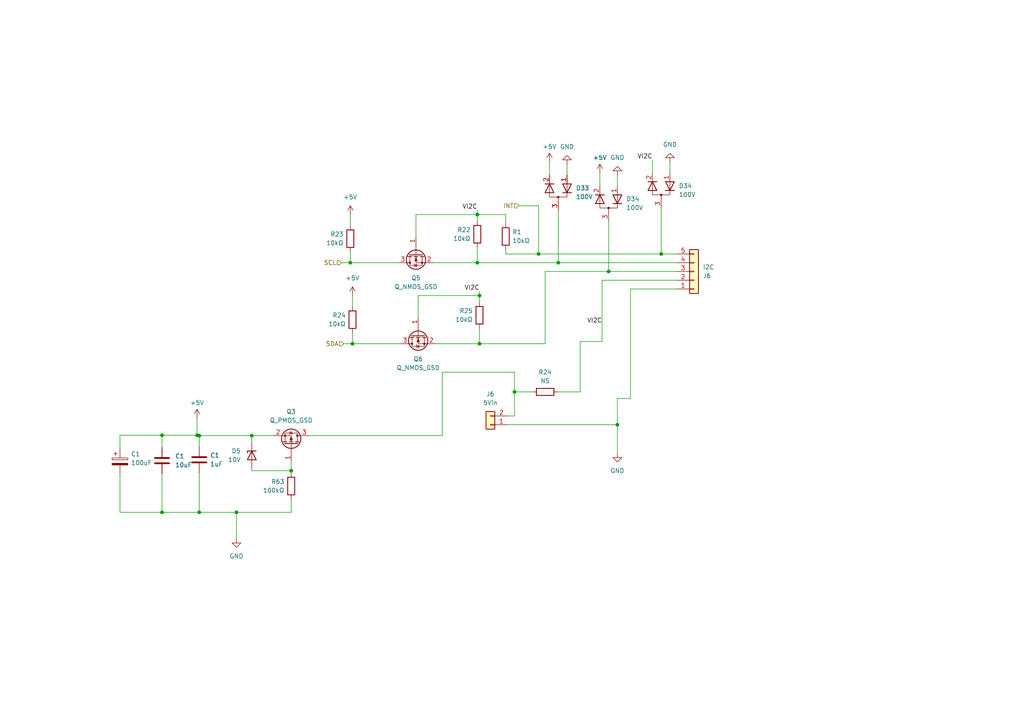
<source format=kicad_sch>
(kicad_sch (version 20230121) (generator eeschema)
  (paper "A4")
  (lib_symbols
    (symbol "Connector_Generic:Conn_01x02" (pin_names (offset 1.016) hide)
      (property "Reference" "J" (at 0 2.54 0))
      (property "Value" "Conn_01x02" (at 0 -5.08 0))
      (symbol "Conn_01x02_1_1"
        (rectangle (start -1.27 -2.413) (end 0 -2.667) (stroke (width 0.1524)))
        (rectangle (start -1.27 0.127) (end 0 -0.127) (stroke (width 0.1524)))
        (rectangle (start -1.27 1.27) (end 1.27 -3.81) (stroke (width 0.254)) (fill (type background)))
        (pin passive line (at -5.08 0 0) (length 3.81) (name "Pin_1") (number "1"))
        (pin passive line (at -5.08 -2.54 0) (length 3.81) (name "Pin_2") (number "2"))
      )
    )
    (symbol "Connector_Generic:Conn_01x05" (pin_names (offset 1.016) hide)
      (property "Reference" "J" (at 0 7.62 0))
      (property "Value" "Conn_01x05" (at 0 -7.62 0))
      (symbol "Conn_01x05_1_1"
        (rectangle (start -1.27 -4.953) (end 0 -5.207) (stroke (width 0.1524)))
        (rectangle (start -1.27 -2.413) (end 0 -2.667) (stroke (width 0.1524)))
        (rectangle (start -1.27 0.127) (end 0 -0.127) (stroke (width 0.1524)))
        (rectangle (start -1.27 2.667) (end 0 2.413) (stroke (width 0.1524)))
        (rectangle (start -1.27 5.207) (end 0 4.953) (stroke (width 0.1524)))
        (rectangle (start -1.27 6.35) (end 1.27 -6.35) (stroke (width 0.254)) (fill (type background)))
        (pin passive line (at -5.08 5.08 0) (length 3.81) (name "Pin_1") (number "1"))
        (pin passive line (at -5.08 2.54 0) (length 3.81) (name "Pin_2") (number "2"))
        (pin passive line (at -5.08 0 0) (length 3.81) (name "Pin_3") (number "3"))
        (pin passive line (at -5.08 -2.54 0) (length 3.81) (name "Pin_4") (number "4"))
        (pin passive line (at -5.08 -5.08 0) (length 3.81) (name "Pin_5") (number "5"))
      )
    )
    (symbol "Device:C" (pin_numbers hide) (pin_names (offset 0.254))
      (property "Reference" "C" (at 0.635 2.54 0))
      (property "Value" "C" (at 0.635 -2.54 0))
      (symbol "C_0_1"
        (polyline (pts (xy -2.032 -0.762) (xy 2.032 -0.762)) (stroke (width 0.508)))
        (polyline (pts (xy -2.032 0.762) (xy 2.032 0.762)) (stroke (width 0.508)))
      )
      (symbol "C_1_1"
        (pin passive line (at 0 3.81 270) (length 2.794) (name "~") (number "1"))
        (pin passive line (at 0 -3.81 90) (length 2.794) (name "~") (number "2"))
      )
    )
    (symbol "Device:C_Polarized" (pin_numbers hide) (pin_names (offset 0.254))
      (property "Reference" "C" (at 0.635 2.54 0))
      (property "Value" "C_Polarized" (at 0.635 -2.54 0))
      (symbol "C_Polarized_0_1"
        (rectangle (start -2.286 0.508) (end 2.286 1.016))
        (polyline (pts (xy -1.778 2.286) (xy -0.762 2.286)))
        (polyline (pts (xy -1.27 2.794) (xy -1.27 1.778)))
        (rectangle (start 2.286 -0.508) (end -2.286 -1.016) (fill (type outline)))
      )
      (symbol "C_Polarized_1_1"
        (pin passive line (at 0 3.81 270) (length 2.794) (name "~") (number "1"))
        (pin passive line (at 0 -3.81 90) (length 2.794) (name "~") (number "2"))
      )
    )
    (symbol "Device:D_Dual_Series_AKC_Parallel" (pin_names (offset 0.762) hide)
      (property "Reference" "D" (at 0 5.08 0))
      (property "Value" "D_Dual_Series_AKC_Parallel" (at 0 -5.08 0))
      (symbol "D_Dual_Series_AKC_Parallel_0_0"
        (polyline (pts (xy 0 -1.27) (xy 0 -3.81)) (stroke (width 0.254)))
        (polyline (pts (xy 2.54 3.81) (xy 2.54 1.27)) (stroke (width 0.254)))
      )
      (symbol "D_Dual_Series_AKC_Parallel_0_1"
        (circle (center -1.27 0) (radius 0.254) (fill (type outline)))
        (polyline (pts (xy -1.27 0) (xy -2.54 0)))
        (polyline (pts (xy 2.54 2.54) (xy -1.27 2.54) (xy -1.27 -2.54) (xy 2.54 -2.54)))
        (polyline (pts (xy 0 3.81) (xy 2.54 2.54) (xy 0 1.27) (xy 0 3.81) (xy 0 3.81) (xy 0 3.81)) (stroke (width 0.254)))
        (polyline (pts (xy 2.54 -1.27) (xy 0 -2.54) (xy 2.54 -3.81) (xy 2.54 -1.27) (xy 2.54 -1.27) (xy 2.54 -1.27)) (stroke (width 0.254)))
        (pin passive line (at 5.08 -2.54 180) (length 2.54) (name "K") (number "1"))
        (pin passive line (at 5.08 2.54 180) (length 2.54) (name "K") (number "2"))
        (pin passive line (at -5.08 0 0) (length 2.54) (name "A") (number "3"))
      )
    )
    (symbol "Device:D_Zener" (pin_numbers hide) (pin_names (offset 1.016) hide)
      (property "Reference" "D" (at 0 2.54 0))
      (property "Value" "D_Zener" (at 0 -2.54 0))
      (symbol "D_Zener_0_1"
        (polyline (pts (xy 1.27 0) (xy -1.27 0)))
        (polyline (pts (xy -1.27 -1.27) (xy -1.27 1.27) (xy -0.762 1.27)) (stroke (width 0.254)))
        (polyline (pts (xy 1.27 -1.27) (xy 1.27 1.27) (xy -1.27 0) (xy 1.27 -1.27)) (stroke (width 0.254)))
      )
      (symbol "D_Zener_1_1"
        (pin passive line (at -3.81 0 0) (length 2.54) (name "K") (number "1"))
        (pin passive line (at 3.81 0 180) (length 2.54) (name "A") (number "2"))
      )
    )
    (symbol "Device:Q_NMOS_GSD" (pin_names (offset 0) hide)
      (property "Reference" "Q" (at 5.08 1.27 0))
      (property "Value" "Q_NMOS_GSD" (at 5.08 -1.27 0))
      (symbol "Q_NMOS_GSD_0_1"
        (polyline (pts (xy 0.254 0) (xy -2.54 0)))
        (polyline (pts (xy 0.254 1.905) (xy 0.254 -1.905)) (stroke (width 0.254)))
        (polyline (pts (xy 0.762 -1.27) (xy 0.762 -2.286)) (stroke (width 0.254)))
        (polyline (pts (xy 0.762 0.508) (xy 0.762 -0.508)) (stroke (width 0.254)))
        (polyline (pts (xy 0.762 2.286) (xy 0.762 1.27)) (stroke (width 0.254)))
        (polyline (pts (xy 2.54 2.54) (xy 2.54 1.778)))
        (polyline (pts (xy 2.54 -2.54) (xy 2.54 0) (xy 0.762 0)))
        (polyline (pts (xy 0.762 -1.778) (xy 3.302 -1.778) (xy 3.302 1.778) (xy 0.762 1.778)))
        (polyline (pts (xy 1.016 0) (xy 2.032 0.381) (xy 2.032 -0.381) (xy 1.016 0)) (fill (type outline)))
        (polyline (pts (xy 2.794 0.508) (xy 2.921 0.381) (xy 3.683 0.381) (xy 3.81 0.254)))
        (polyline (pts (xy 3.302 0.381) (xy 2.921 -0.254) (xy 3.683 -0.254) (xy 3.302 0.381)))
        (circle (center 1.651 0) (radius 2.794) (stroke (width 0.254)))
        (circle (center 2.54 -1.778) (radius 0.254) (fill (type outline)))
        (circle (center 2.54 1.778) (radius 0.254) (fill (type outline)))
      )
      (symbol "Q_NMOS_GSD_1_1"
        (pin input line (at -5.08 0 0) (length 2.54) (name "G") (number "1"))
        (pin passive line (at 2.54 -5.08 90) (length 2.54) (name "S") (number "2"))
        (pin passive line (at 2.54 5.08 270) (length 2.54) (name "D") (number "3"))
      )
    )
    (symbol "Device:Q_PMOS_GSD" (pin_names (offset 0) hide)
      (property "Reference" "Q" (at 5.08 1.27 0))
      (property "Value" "Q_PMOS_GSD" (at 5.08 -1.27 0))
      (symbol "Q_PMOS_GSD_0_1"
        (polyline (pts (xy 0.254 0) (xy -2.54 0)))
        (polyline (pts (xy 0.254 1.905) (xy 0.254 -1.905)) (stroke (width 0.254)))
        (polyline (pts (xy 0.762 -1.27) (xy 0.762 -2.286)) (stroke (width 0.254)))
        (polyline (pts (xy 0.762 0.508) (xy 0.762 -0.508)) (stroke (width 0.254)))
        (polyline (pts (xy 0.762 2.286) (xy 0.762 1.27)) (stroke (width 0.254)))
        (polyline (pts (xy 2.54 2.54) (xy 2.54 1.778)))
        (polyline (pts (xy 2.54 -2.54) (xy 2.54 0) (xy 0.762 0)))
        (polyline (pts (xy 0.762 1.778) (xy 3.302 1.778) (xy 3.302 -1.778) (xy 0.762 -1.778)))
        (polyline (pts (xy 2.286 0) (xy 1.27 0.381) (xy 1.27 -0.381) (xy 2.286 0)) (fill (type outline)))
        (polyline (pts (xy 2.794 -0.508) (xy 2.921 -0.381) (xy 3.683 -0.381) (xy 3.81 -0.254)))
        (polyline (pts (xy 3.302 -0.381) (xy 2.921 0.254) (xy 3.683 0.254) (xy 3.302 -0.381)))
        (circle (center 1.651 0) (radius 2.794) (stroke (width 0.254)))
        (circle (center 2.54 -1.778) (radius 0.254) (fill (type outline)))
        (circle (center 2.54 1.778) (radius 0.254) (fill (type outline)))
      )
      (symbol "Q_PMOS_GSD_1_1"
        (pin input line (at -5.08 0 0) (length 2.54) (name "G") (number "1"))
        (pin passive line (at 2.54 -5.08 90) (length 2.54) (name "S") (number "2"))
        (pin passive line (at 2.54 5.08 270) (length 2.54) (name "D") (number "3"))
      )
    )
    (symbol "Device:R" (pin_numbers hide) (pin_names (offset 0))
      (property "Reference" "R" (at 2.032 0 90))
      (property "Value" "R" (at 0 0 90))
      (symbol "R_0_1"
        (rectangle (start -1.016 -2.54) (end 1.016 2.54) (stroke (width 0.254)))
      )
      (symbol "R_1_1"
        (pin passive line (at 0 3.81 270) (length 1.27) (name "~") (number "1"))
        (pin passive line (at 0 -3.81 90) (length 1.27) (name "~") (number "2"))
      )
    )
    (symbol "power:+5V" (power) (pin_names (offset 0))
      (property "Value" "+5V" (at 0 3.556 0))
      (symbol "+5V_0_1"
        (polyline (pts (xy -0.762 1.27) (xy 0 2.54)))
        (polyline (pts (xy 0 0) (xy 0 2.54)))
        (polyline (pts (xy 0 2.54) (xy 0.762 1.27)))
      )
      (symbol "+5V_1_1"
        (pin power_in line (at 0 0 90) (length 0) hide (name "+5V") (number "1"))
      )
    )
    (symbol "power:GND" (power) (pin_names (offset 0))
      (property "Value" "GND" (at 0 -3.81 0))
      (symbol "GND_0_1"
        (polyline (pts (xy 0 0) (xy 0 -1.27) (xy 1.27 -1.27) (xy 0 -2.54) (xy -1.27 -1.27) (xy 0 -1.27)))
      )
      (symbol "GND_1_1"
        (pin power_in line (at 0 0 270) (length 0) hide (name "GND") (number "1"))
      )
    )
  )
  (junction (at 138.43 62.23))
  (junction (at 179.07 123.19))
  (junction (at 84.455 136.525))
  (junction (at 139.065 85.725))
  (junction (at 139.065 99.695))
  (junction (at 57.785 126.365))
  (junction (at 57.785 148.59))
  (junction (at 176.53 78.74))
  (junction (at 46.99 148.59))
  (junction (at 73.025 126.365))
  (junction (at 57.15 126.238))
  (junction (at 156.21 73.66))
  (junction (at 161.925 76.2))
  (junction (at 102.235 99.695))
  (junction (at 191.77 73.66))
  (junction (at 68.58 148.59))
  (junction (at 101.6 76.2))
  (junction (at 138.43 76.2))
  (junction (at 149.225 113.665))
  (junction (at 46.99 126.238))
  (wire (pts (xy 149.225 107.95) (xy 149.225 113.665)))
  (wire (pts (xy 84.455 136.525) (xy 84.455 137.16)))
  (wire (pts (xy 68.58 148.59) (xy 68.58 156.21)))
  (wire (pts (xy 138.43 71.755) (xy 138.43 76.2)))
  (wire (pts (xy 101.6 73.025) (xy 101.6 76.2)))
  (wire (pts (xy 196.215 78.74) (xy 176.53 78.74)))
  (wire (pts (xy 161.925 76.2) (xy 196.215 76.2)))
  (wire (pts (xy 139.065 99.695) (xy 126.365 99.695)))
  (wire (pts (xy 182.88 115.57) (xy 179.07 115.57)))
  (wire (pts (xy 116.205 99.695) (xy 102.235 99.695)))
  (wire (pts (xy 146.685 73.66) (xy 156.21 73.66)))
  (wire (pts (xy 156.21 59.69) (xy 156.21 73.66)))
  (wire (pts (xy 189.23 46.355) (xy 189.23 50.165)))
  (wire (pts (xy 158.115 78.74) (xy 158.115 99.695)))
  (wire (pts (xy 139.065 84.455) (xy 139.065 85.725)))
  (wire (pts (xy 138.43 60.96) (xy 138.43 62.23)))
  (wire (pts (xy 146.685 72.39) (xy 146.685 73.66)))
  (wire (pts (xy 46.99 126.238) (xy 57.15 126.238)))
  (wire (pts (xy 158.115 78.74) (xy 176.53 78.74)))
  (wire (pts (xy 84.455 144.78) (xy 84.455 148.59)))
  (wire (pts (xy 149.225 120.65) (xy 147.32 120.65)))
  (wire (pts (xy 139.065 85.725) (xy 139.065 87.63)))
  (wire (pts (xy 179.07 115.57) (xy 179.07 123.19)))
  (wire (pts (xy 161.925 76.2) (xy 161.925 60.96)))
  (wire (pts (xy 121.285 92.075) (xy 121.285 85.725)))
  (wire (pts (xy 34.798 148.59) (xy 46.99 148.59)))
  (wire (pts (xy 138.43 62.23) (xy 146.685 62.23)))
  (wire (pts (xy 179.07 50.8) (xy 179.07 53.975)))
  (wire (pts (xy 161.925 113.665) (xy 168.275 113.665)))
  (wire (pts (xy 168.275 99.06) (xy 174.625 99.06)))
  (wire (pts (xy 138.43 62.23) (xy 138.43 64.135)))
  (wire (pts (xy 46.99 148.59) (xy 57.785 148.59)))
  (wire (pts (xy 57.15 126.365) (xy 57.785 126.365)))
  (wire (pts (xy 168.275 113.665) (xy 168.275 99.06)))
  (wire (pts (xy 99.695 99.695) (xy 102.235 99.695)))
  (wire (pts (xy 149.225 113.665) (xy 154.305 113.665)))
  (wire (pts (xy 115.57 76.2) (xy 101.6 76.2)))
  (wire (pts (xy 102.235 96.52) (xy 102.235 99.695)))
  (wire (pts (xy 147.32 123.19) (xy 179.07 123.19)))
  (wire (pts (xy 173.99 50.165) (xy 173.99 53.975)))
  (wire (pts (xy 57.15 126.238) (xy 57.15 126.365)))
  (wire (pts (xy 120.65 68.58) (xy 120.65 62.23)))
  (wire (pts (xy 34.798 137.668) (xy 34.798 148.59)))
  (wire (pts (xy 102.235 85.725) (xy 102.235 88.9)))
  (wire (pts (xy 196.215 83.82) (xy 182.88 83.82)))
  (wire (pts (xy 139.065 95.25) (xy 139.065 99.695)))
  (wire (pts (xy 146.685 62.23) (xy 146.685 64.77)))
  (wire (pts (xy 128.27 107.95) (xy 128.27 126.365)))
  (wire (pts (xy 174.625 81.28) (xy 174.625 99.06)))
  (wire (pts (xy 57.15 121.285) (xy 57.15 126.238)))
  (wire (pts (xy 57.785 148.59) (xy 68.58 148.59)))
  (wire (pts (xy 73.025 135.89) (xy 73.025 136.525)))
  (wire (pts (xy 149.225 107.95) (xy 128.27 107.95)))
  (wire (pts (xy 89.535 126.365) (xy 128.27 126.365)))
  (wire (pts (xy 68.58 148.59) (xy 84.455 148.59)))
  (wire (pts (xy 191.77 73.66) (xy 196.215 73.66)))
  (wire (pts (xy 138.43 76.2) (xy 125.73 76.2)))
  (wire (pts (xy 179.07 123.19) (xy 179.07 131.445)))
  (wire (pts (xy 164.465 47.625) (xy 164.465 50.8)))
  (wire (pts (xy 182.88 83.82) (xy 182.88 115.57)))
  (wire (pts (xy 150.495 59.69) (xy 156.21 59.69)))
  (wire (pts (xy 34.798 126.238) (xy 46.99 126.238)))
  (wire (pts (xy 46.99 126.238) (xy 46.99 129.794)))
  (wire (pts (xy 159.385 46.99) (xy 159.385 50.8)))
  (wire (pts (xy 176.53 64.135) (xy 176.53 78.74)))
  (wire (pts (xy 34.798 130.048) (xy 34.798 126.238)))
  (wire (pts (xy 138.43 76.2) (xy 161.925 76.2)))
  (wire (pts (xy 191.77 60.325) (xy 191.77 73.66)))
  (wire (pts (xy 57.785 137.16) (xy 57.785 148.59)))
  (wire (pts (xy 84.455 133.985) (xy 84.455 136.525)))
  (wire (pts (xy 99.06 76.2) (xy 101.6 76.2)))
  (wire (pts (xy 79.375 126.365) (xy 73.025 126.365)))
  (wire (pts (xy 84.455 136.525) (xy 73.025 136.525)))
  (wire (pts (xy 121.285 85.725) (xy 139.065 85.725)))
  (wire (pts (xy 46.99 137.414) (xy 46.99 148.59)))
  (wire (pts (xy 57.785 126.365) (xy 73.025 126.365)))
  (wire (pts (xy 149.225 113.665) (xy 149.225 120.65)))
  (wire (pts (xy 174.625 81.28) (xy 196.215 81.28)))
  (wire (pts (xy 101.6 62.23) (xy 101.6 65.405)))
  (wire (pts (xy 73.025 126.365) (xy 73.025 128.27)))
  (wire (pts (xy 57.785 126.365) (xy 57.785 129.54)))
  (wire (pts (xy 194.31 46.99) (xy 194.31 50.165)))
  (wire (pts (xy 156.21 73.66) (xy 191.77 73.66)))
  (wire (pts (xy 139.065 99.695) (xy 158.115 99.695)))
  (wire (pts (xy 120.65 62.23) (xy 138.43 62.23)))
  (label "VI2C" (at 189.23 46.355 180))
  (label "VI2C" (at 139.065 84.455 180))
  (label "VI2C" (at 138.43 60.96 180))
  (label "VI2C" (at 174.625 93.98 180))
  (hierarchical_label "INT" (shape input) (at 150.495 59.69 180))
  (hierarchical_label "SCL" (shape input) (at 99.06 76.2 180))
  (hierarchical_label "SDA" (shape input) (at 99.695 99.695 180))
  (symbol (lib_id "Device:R") (at 158.115 113.665 270) (mirror x) (unit 1)
    (property "Reference" "R24" (at 158.115 107.95 90))
    (property "Value" "NS" (at 158.115 110.49 90))
    (property "Footprint" "Resistor_SMD:R_0805_2012Metric" (effects hide))
    (instances (project "ADS1219Module" (path "" (reference "R24") (unit 1)) (path "" (reference "R9") (unit 1))))
  )
  (symbol (lib_id "power:+5V") (at 102.235 85.725 0) (mirror y) (unit 1)
    (property "Reference" "#PWR07" (effects hide))
    (property "Value" "+5V" (at 102.235 80.645 0))
    (instances (project "ADS1219Module" (path "" (reference "#PWR07") (unit 1)) (path "" (reference "#PWR012") (unit 1))))
  )
  (symbol (lib_id "Device:Q_PMOS_GSD") (at 84.455 128.905 270) (mirror x) (unit 1)
    (property "Reference" "Q3" (at 84.455 119.38 90))
    (property "Value" "Q_PMOS_GSD" (at 84.455 121.92 90))
    (property "Footprint" "Package_TO_SOT_SMD:SOT-23" (effects hide))
  )
  (symbol (lib_id "Connector_Generic:Conn_01x02") (at 142.24 123.19 180) (unit 1)
    (property "Reference" "J6" (at 142.24 114.3 0))
    (property "Value" "5Vin" (at 142.24 116.84 0))
    (property "Footprint" "Connector_PinHeader_2.54mm:PinHeader_1x02_P2.54mm_Vertical" (effects hide))
  )
  (symbol (lib_id "Device:R") (at 146.685 68.58 180) (unit 1)
    (property "Reference" "R1" (at 148.59 67.31 0) (effects (justify right)))
    (property "Value" "10kΩ" (at 148.59 69.85 0) (effects (justify right)))
    (property "Footprint" "Resistor_SMD:R_0805_2012Metric" (effects hide))
    (instances (project "ADS1219Module" (path "" (reference "R1") (unit 1)) (path "" (reference "R8") (unit 1))))
  )
  (symbol (lib_id "Device:Q_NMOS_GSD") (at 120.65 73.66 90) (mirror x) (unit 1)
    (property "Reference" "Q5" (at 120.65 80.645 90))
    (property "Value" "Q_NMOS_GSD" (at 120.65 83.185 90))
    (property "Footprint" "Package_TO_SOT_SMD:SOT-23" (effects hide))
    (instances (project "ADS1219Module" (path "" (reference "Q5") (unit 1)) (path "" (reference "Q1") (unit 1))))
  )
  (symbol (lib_id "Device:R") (at 84.455 140.97 0) (mirror x) (unit 1)
    (property "Reference" "R63" (at 82.55 139.7 0) (effects (justify right)))
    (property "Value" "100kΩ" (at 82.55 142.24 0) (effects (justify right)))
    (property "Footprint" "Resistor_SMD:R_0805_2012Metric" (effects hide))
    (instances (project "ADS1219Module" (path "" (reference "R63") (unit 1)) (path "" (reference "R11") (unit 1))))
  )
  (symbol (lib_id "power:GND") (at 68.58 156.21 0) (unit 1)
    (property "Reference" "#PWR0136" (effects hide))
    (property "Value" "GND" (at 68.58 161.29 0))
    (instances (project "ADS1219Module" (path "" (reference "#PWR0136") (unit 1)) (path "" (reference "#PWR020") (unit 1))))
  )
  (symbol (lib_id "Device:D_Zener") (at 73.025 132.08 90) (mirror x) (unit 1)
    (property "Reference" "D5" (at 69.85 130.81 90) (effects (justify left)))
    (property "Value" "10V" (at 69.85 133.35 90) (effects (justify left)))
    (property "Footprint" "Diode_SMD:D_SOD-123" (effects hide))
  )
  (symbol (lib_id "power:+5V") (at 159.385 46.99 0) (unit 1)
    (property "Reference" "#PWR09" (effects hide))
    (property "Value" "+5V" (at 159.385 42.545 0))
    (instances (project "ADS1219Module" (path "" (reference "#PWR09") (unit 1)) (path "" (reference "#PWR014") (unit 1))))
  )
  (symbol (lib_id "Device:R") (at 101.6 69.215 0) (mirror x) (unit 1)
    (property "Reference" "R23" (at 99.695 67.945 0) (effects (justify right)))
    (property "Value" "10kΩ" (at 99.695 70.485 0) (effects (justify right)))
    (property "Footprint" "Resistor_SMD:R_0805_2012Metric" (effects hide))
    (instances (project "ADS1219Module" (path "" (reference "R23") (unit 1)) (path "" (reference "R4") (unit 1))))
  )
  (symbol (lib_id "Device:C") (at 46.99 133.604 0) (unit 1)
    (property "Reference" "C1" (at 50.8 132.334 0) (effects (justify left)))
    (property "Value" "10uF" (at 50.8 134.874 0) (effects (justify left)))
    (property "Footprint" "Capacitor_SMD:C_0805_2012Metric" (effects hide))
    (instances (project "ADS1219Module" (path "" (reference "C1") (unit 1)) (path "" (reference "C2") (unit 1))))
  )
  (symbol (lib_id "Device:R") (at 102.235 92.71 0) (mirror x) (unit 1)
    (property "Reference" "R24" (at 100.33 91.44 0) (effects (justify right)))
    (property "Value" "10kΩ" (at 100.33 93.98 0) (effects (justify right)))
    (property "Footprint" "Resistor_SMD:R_0805_2012Metric" (effects hide))
    (instances (project "ADS1219Module" (path "" (reference "R24") (unit 1)) (path "" (reference "R5") (unit 1))))
  )
  (symbol (lib_id "Device:D_Dual_Series_AKC_Parallel") (at 161.925 55.88 90) (unit 1)
    (property "Reference" "D33" (at 167.005 54.5465 90) (effects (justify right)))
    (property "Value" "100V" (at 167.005 57.0865 90) (effects (justify right)))
    (property "Footprint" "Package_TO_SOT_SMD:SOT-23-3" (effects hide))
    (instances (project "ADS1219Module" (path "" (reference "D33") (unit 1)) (path "" (reference "D2") (unit 1))))
  )
  (symbol (lib_id "power:GND") (at 194.31 46.99 180) (unit 1)
    (property "Reference" "#PWR012" (effects hide))
    (property "Value" "GND" (at 194.31 41.91 0))
    (instances (project "ADS1219Module" (path "" (reference "#PWR012") (unit 1)) (path "" (reference "#PWR022") (unit 1))))
  )
  (symbol (lib_id "Device:C_Polarized") (at 34.798 133.858 0) (unit 1)
    (property "Reference" "C1" (at 37.973 131.699 0) (effects (justify left)))
    (property "Value" "100uF" (at 37.973 134.239 0) (effects (justify left)))
    (property "Footprint" "Capacitor_SMD:CP_Elec_8x11.9" (effects hide))
  )
  (symbol (lib_id "Connector_Generic:Conn_01x05") (at 201.295 78.74 0) (mirror x) (unit 1)
    (property "Reference" "J6" (at 203.835 80.01 0) (effects (justify left)))
    (property "Value" "I2C" (at 203.835 77.47 0) (effects (justify left)))
    (property "Footprint" "Connector_PinHeader_2.54mm:PinHeader_1x05_P2.54mm_Vertical" (effects hide))
    (instances (project "ADS1219Module" (path "" (reference "J6") (unit 1)) (path "" (reference "J7") (unit 1))))
  )
  (symbol (lib_id "Device:R") (at 139.065 91.44 0) (mirror x) (unit 1)
    (property "Reference" "R25" (at 137.16 90.17 0) (effects (justify right)))
    (property "Value" "10kΩ" (at 137.16 92.71 0) (effects (justify right)))
    (property "Footprint" "Resistor_SMD:R_0805_2012Metric" (effects hide))
    (instances (project "ADS1219Module" (path "" (reference "R25") (unit 1)) (path "" (reference "R7") (unit 1))))
  )
  (symbol (lib_id "power:+5V") (at 57.15 121.285 0) (unit 1)
    (property "Reference" "#PWR011" (effects hide))
    (property "Value" "+5V" (at 57.15 116.84 0))
    (instances (project "ADS1219Module" (path "" (reference "#PWR011") (unit 1)) (path "" (reference "#PWR013") (unit 1))))
  )
  (symbol (lib_id "Device:D_Dual_Series_AKC_Parallel") (at 176.53 59.055 90) (unit 1)
    (property "Reference" "D34" (at 181.61 57.7215 90) (effects (justify right)))
    (property "Value" "100V" (at 181.61 60.2615 90) (effects (justify right)))
    (property "Footprint" "Package_TO_SOT_SMD:SOT-23-3" (effects hide))
    (instances (project "ADS1219Module" (path "" (reference "D34") (unit 1)) (path "" (reference "D3") (unit 1))))
  )
  (symbol (lib_id "power:GND") (at 179.07 50.8 180) (unit 1)
    (property "Reference" "#PWR012" (effects hide))
    (property "Value" "GND" (at 179.07 45.72 0))
    (instances (project "ADS1219Module" (path "" (reference "#PWR012") (unit 1)) (path "" (reference "#PWR017") (unit 1))))
  )
  (symbol (lib_id "power:GND") (at 179.07 131.445 0) (unit 1)
    (property "Reference" "#PWR0136" (effects hide))
    (property "Value" "GND" (at 179.07 136.525 0))
    (instances (project "ADS1219Module" (path "" (reference "#PWR0136") (unit 1)) (path "" (reference "#PWR018") (unit 1))))
  )
  (symbol (lib_id "power:GND") (at 164.465 47.625 180) (unit 1)
    (property "Reference" "#PWR010" (effects hide))
    (property "Value" "GND" (at 164.465 42.545 0))
    (instances (project "ADS1219Module" (path "" (reference "#PWR010") (unit 1)) (path "" (reference "#PWR015") (unit 1))))
  )
  (symbol (lib_id "Device:C") (at 57.785 133.35 0) (unit 1)
    (property "Reference" "C1" (at 60.96 132.08 0) (effects (justify left)))
    (property "Value" "1uF" (at 60.96 134.62 0) (effects (justify left)))
    (property "Footprint" "Capacitor_SMD:C_0805_2012Metric" (effects hide))
    (instances (project "ADS1219Module" (path "" (reference "C1") (unit 1)) (path "" (reference "C3") (unit 1))))
  )
  (symbol (lib_id "Device:Q_NMOS_GSD") (at 121.285 97.155 90) (mirror x) (unit 1)
    (property "Reference" "Q6" (at 121.285 104.14 90))
    (property "Value" "Q_NMOS_GSD" (at 121.285 106.68 90))
    (property "Footprint" "Package_TO_SOT_SMD:SOT-23" (effects hide))
    (instances (project "ADS1219Module" (path "" (reference "Q6") (unit 1)) (path "" (reference "Q2") (unit 1))))
  )
  (symbol (lib_id "Device:D_Dual_Series_AKC_Parallel") (at 191.77 55.245 90) (unit 1)
    (property "Reference" "D34" (at 196.85 53.9115 90) (effects (justify right)))
    (property "Value" "100V" (at 196.85 56.4515 90) (effects (justify right)))
    (property "Footprint" "Package_TO_SOT_SMD:SOT-23-3" (effects hide))
    (instances (project "ADS1219Module" (path "" (reference "D34") (unit 1)) (path "" (reference "D6") (unit 1))))
  )
  (symbol (lib_id "power:+5V") (at 101.6 62.23 0) (mirror y) (unit 1)
    (property "Reference" "#PWR075" (effects hide))
    (property "Value" "+5V" (at 101.6 57.15 0))
    (instances (project "ADS1219Module" (path "" (reference "#PWR075") (unit 1)) (path "" (reference "#PWR011") (unit 1))))
  )
  (symbol (lib_id "Device:R") (at 138.43 67.945 0) (mirror x) (unit 1)
    (property "Reference" "R22" (at 136.525 66.675 0) (effects (justify right)))
    (property "Value" "10kΩ" (at 136.525 69.215 0) (effects (justify right)))
    (property "Footprint" "Resistor_SMD:R_0805_2012Metric" (effects hide))
    (instances (project "ADS1219Module" (path "" (reference "R22") (unit 1)) (path "" (reference "R6") (unit 1))))
  )
  (symbol (lib_id "power:+5V") (at 173.99 50.165 0) (unit 1)
    (property "Reference" "#PWR011" (effects hide))
    (property "Value" "+5V" (at 173.99 45.72 0))
    (instances (project "ADS1219Module" (path "" (reference "#PWR011") (unit 1)) (path "" (reference "#PWR016") (unit 1))))
  )
)
</source>
